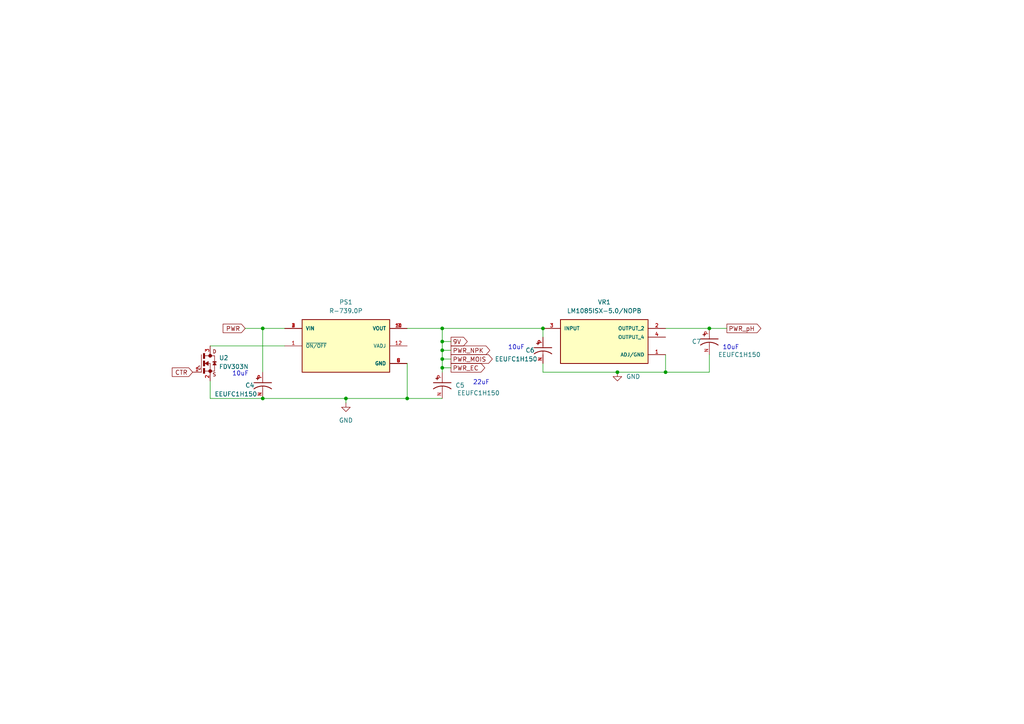
<source format=kicad_sch>
(kicad_sch (version 20211123) (generator eeschema)

  (uuid a23b6d0f-5c18-4aff-84b3-43ecffa1e2e6)

  (paper "A4")

  (title_block
    (title "Conversores")
    (date "2023-06-17")
    (company "UC3M")
    (comment 1 "Alimentación necesaria para el circuito y para los sensores de suelo.")
  )

  (lib_symbols
    (symbol "EEUFC1H150:EEUFC1H150" (pin_names (offset 1.016)) (in_bom yes) (on_board yes)
      (property "Reference" "C" (id 0) (at -2.54 3.81 0)
        (effects (font (size 1.27 1.27)) (justify left bottom))
      )
      (property "Value" "EEUFC1H150" (id 1) (at -2.54 -5.08 0)
        (effects (font (size 1.27 1.27)) (justify left bottom))
      )
      (property "Footprint" "CAPPRD200W50D500H1100" (id 2) (at 0 0 0)
        (effects (font (size 1.27 1.27)) (justify bottom) hide)
      )
      (property "Datasheet" "" (id 3) (at 0 0 0)
        (effects (font (size 1.27 1.27)) hide)
      )
      (property "MF" "PANASONIC" (id 4) (at 0 0 0)
        (effects (font (size 1.27 1.27)) (justify bottom) hide)
      )
      (property "b_max" "0.55" (id 5) (at 0 0 0)
        (effects (font (size 1.27 1.27)) (justify bottom) hide)
      )
      (property "DESCRIPTION" "FC-A" (id 6) (at 0 0 0)
        (effects (font (size 1.27 1.27)) (justify bottom) hide)
      )
      (property "b_nom" "0.5" (id 7) (at 0 0 0)
        (effects (font (size 1.27 1.27)) (justify bottom) hide)
      )
      (property "PARTREV" "20-DEC-19" (id 8) (at 0 0 0)
        (effects (font (size 1.27 1.27)) (justify bottom) hide)
      )
      (property "A_max" "11" (id 9) (at 0 0 0)
        (effects (font (size 1.27 1.27)) (justify bottom) hide)
      )
      (property "D_nom" "5" (id 10) (at 0 0 0)
        (effects (font (size 1.27 1.27)) (justify bottom) hide)
      )
      (property "e_nom" "2" (id 11) (at 0 0 0)
        (effects (font (size 1.27 1.27)) (justify bottom) hide)
      )
      (symbol "EEUFC1H150_0_0"
        (rectangle (start -1.173 -1.532) (end -0.284 -1.405)
          (stroke (width 0.1) (type default) (color 0 0 0 0))
          (fill (type outline))
        )
        (rectangle (start -0.792 -1.913) (end -0.665 -1.024)
          (stroke (width 0.1) (type default) (color 0 0 0 0))
          (fill (type outline))
        )
        (polyline
          (pts
            (xy 0 0)
            (xy 0.508 0)
          )
          (stroke (width 0.1524) (type default) (color 0 0 0 0))
          (fill (type none))
        )
        (polyline
          (pts
            (xy 0.508 0)
            (xy 0.508 -2.54)
          )
          (stroke (width 0.254) (type default) (color 0 0 0 0))
          (fill (type none))
        )
        (polyline
          (pts
            (xy 0.508 2.54)
            (xy 0.508 0)
          )
          (stroke (width 0.254) (type default) (color 0 0 0 0))
          (fill (type none))
        )
        (polyline
          (pts
            (xy 2.54 0)
            (xy 1.524 0)
          )
          (stroke (width 0.1524) (type default) (color 0 0 0 0))
          (fill (type none))
        )
        (arc (start 2.286 2.54) (mid 1.4851 0) (end 2.286 -2.54)
          (stroke (width 0.254) (type default) (color 0 0 0 0))
          (fill (type none))
        )
        (pin passive line (at 5.08 0 180) (length 2.54)
          (name "~" (effects (font (size 1.016 1.016))))
          (number "N" (effects (font (size 1.016 1.016))))
        )
        (pin passive line (at -2.54 0 0) (length 2.54)
          (name "~" (effects (font (size 1.016 1.016))))
          (number "P" (effects (font (size 1.016 1.016))))
        )
      )
    )
    (symbol "FDV303N:FDV303N" (pin_names (offset 1.016)) (in_bom yes) (on_board yes)
      (property "Reference" "U" (id 0) (at 2.5442 0 0)
        (effects (font (size 1.27 1.27)) (justify left bottom))
      )
      (property "Value" "FDV303N" (id 1) (at 2.5413 -2.5413 0)
        (effects (font (size 1.27 1.27)) (justify left bottom))
      )
      (property "Footprint" "SOT23" (id 2) (at 0 0 0)
        (effects (font (size 1.27 1.27)) (justify bottom) hide)
      )
      (property "Datasheet" "" (id 3) (at 0 0 0)
        (effects (font (size 1.27 1.27)) hide)
      )
      (symbol "FDV303N_0_0"
        (rectangle (start -2.0361 -0.7635) (end -1.524 0.762)
          (stroke (width 0.1) (type default) (color 0 0 0 0))
          (fill (type outline))
        )
        (rectangle (start -2.0333 -2.9229) (end -1.524 -1.397)
          (stroke (width 0.1) (type default) (color 0 0 0 0))
          (fill (type outline))
        )
        (rectangle (start -2.0327 1.3975) (end -1.524 2.921)
          (stroke (width 0.1) (type default) (color 0 0 0 0))
          (fill (type outline))
        )
        (circle (center 0 -2.2225) (radius 0.127)
          (stroke (width 0.4064) (type default) (color 0 0 0 0))
          (fill (type none))
        )
        (polyline
          (pts
            (xy -2.54 -2.54)
            (xy -2.54 2.54)
          )
          (stroke (width 0.1524) (type default) (color 0 0 0 0))
          (fill (type none))
        )
        (polyline
          (pts
            (xy -1.5875 -2.2225)
            (xy 0 -2.2225)
          )
          (stroke (width 0.1524) (type default) (color 0 0 0 0))
          (fill (type none))
        )
        (polyline
          (pts
            (xy -1.5875 2.2225)
            (xy 0 2.2225)
          )
          (stroke (width 0.1524) (type default) (color 0 0 0 0))
          (fill (type none))
        )
        (polyline
          (pts
            (xy -0.508 0)
            (xy 0 0)
          )
          (stroke (width 0.1524) (type default) (color 0 0 0 0))
          (fill (type none))
        )
        (polyline
          (pts
            (xy 0 -2.2225)
            (xy 0 -2.54)
          )
          (stroke (width 0.1524) (type default) (color 0 0 0 0))
          (fill (type none))
        )
        (polyline
          (pts
            (xy 0 0)
            (xy 0 -2.2225)
          )
          (stroke (width 0.1524) (type default) (color 0 0 0 0))
          (fill (type none))
        )
        (polyline
          (pts
            (xy 0 2.2225)
            (xy 1.27 2.2225)
          )
          (stroke (width 0.1524) (type default) (color 0 0 0 0))
          (fill (type none))
        )
        (polyline
          (pts
            (xy 0 2.54)
            (xy 0 2.2225)
          )
          (stroke (width 0.1524) (type default) (color 0 0 0 0))
          (fill (type none))
        )
        (polyline
          (pts
            (xy 1.27 -2.2225)
            (xy 0 -2.2225)
          )
          (stroke (width 0.1524) (type default) (color 0 0 0 0))
          (fill (type none))
        )
        (polyline
          (pts
            (xy 1.27 2.2225)
            (xy 1.27 -2.2225)
          )
          (stroke (width 0.1524) (type default) (color 0 0 0 0))
          (fill (type none))
        )
        (polyline
          (pts
            (xy -1.524 0)
            (xy -0.508 0.635)
            (xy -0.508 -0.635)
            (xy -1.524 0)
          )
          (stroke (width 0.1016) (type default) (color 0 0 0 0))
          (fill (type outline))
        )
        (polyline
          (pts
            (xy 1.27 0.3175)
            (xy 0.762 -0.4445)
            (xy 1.778 -0.4445)
            (xy 1.27 0.3175)
          )
          (stroke (width 0.1524) (type default) (color 0 0 0 0))
          (fill (type outline))
        )
        (circle (center 0 2.2225) (radius 0.127)
          (stroke (width 0.4064) (type default) (color 0 0 0 0))
          (fill (type none))
        )
        (rectangle (start 0.7631 0.318) (end 1.778 0.5715)
          (stroke (width 0.1) (type default) (color 0 0 0 0))
          (fill (type outline))
        )
        (text "D" (at 0.6352 2.8582 0)
          (effects (font (size 1.0163 1.0163)) (justify left bottom))
        )
        (text "G" (at -3.8125 -1.9063 0)
          (effects (font (size 1.0167 1.0167)) (justify left bottom))
        )
        (text "S" (at 0.6354 -3.8122 0)
          (effects (font (size 1.0166 1.0166)) (justify left bottom))
        )
        (pin passive line (at -5.08 -2.54 0) (length 2.54)
          (name "~" (effects (font (size 1.016 1.016))))
          (number "1" (effects (font (size 1.016 1.016))))
        )
        (pin passive line (at 0 -5.08 90) (length 2.54)
          (name "~" (effects (font (size 1.016 1.016))))
          (number "2" (effects (font (size 1.016 1.016))))
        )
        (pin passive line (at 0 5.08 270) (length 2.54)
          (name "~" (effects (font (size 1.016 1.016))))
          (number "3" (effects (font (size 1.016 1.016))))
        )
      )
    )
    (symbol "LM1085ISX-5.0_NOPB:LM1085ISX-5.0{slash}NOPB" (pin_names (offset 1.016)) (in_bom yes) (on_board yes)
      (property "Reference" "VR" (id 0) (at -12.7 5.842 0)
        (effects (font (size 1.27 1.27)) (justify left bottom))
      )
      (property "Value" "LM1085ISX-5.0{slash}NOPB" (id 1) (at -12.7 -8.382 0)
        (effects (font (size 1.27 1.27)) (justify left top))
      )
      (property "Footprint" "TO254P1435X464-4N" (id 2) (at 0 0 0)
        (effects (font (size 1.27 1.27)) (justify bottom) hide)
      )
      (property "Datasheet" "" (id 3) (at 0 0 0)
        (effects (font (size 1.27 1.27)) hide)
      )
      (property "PARTREV" "I" (id 4) (at 0 0 0)
        (effects (font (size 1.27 1.27)) (justify bottom) hide)
      )
      (property "STANDARD" "IPC-7351B" (id 5) (at 0 0 0)
        (effects (font (size 1.27 1.27)) (justify bottom) hide)
      )
      (property "MAXIMUM_PACKAGE_HEIGHT" "4.64 mm" (id 6) (at 0 0 0)
        (effects (font (size 1.27 1.27)) (justify bottom) hide)
      )
      (property "MANUFACTURER" "Texas Instruments" (id 7) (at 0 0 0)
        (effects (font (size 1.27 1.27)) (justify bottom) hide)
      )
      (symbol "LM1085ISX-5.0{slash}NOPB_0_0"
        (rectangle (start -12.7 -7.62) (end 12.7 5.08)
          (stroke (width 0.254) (type default) (color 0 0 0 0))
          (fill (type background))
        )
        (pin power_in line (at 17.78 -5.08 180) (length 5.08)
          (name "ADJ/GND" (effects (font (size 1.016 1.016))))
          (number "1" (effects (font (size 1.016 1.016))))
        )
        (pin output line (at 17.78 2.54 180) (length 5.08)
          (name "OUTPUT_2" (effects (font (size 1.016 1.016))))
          (number "2" (effects (font (size 1.016 1.016))))
        )
        (pin input line (at -17.78 2.54 0) (length 5.08)
          (name "INPUT" (effects (font (size 1.016 1.016))))
          (number "3" (effects (font (size 1.016 1.016))))
        )
        (pin output line (at 17.78 0 180) (length 5.08)
          (name "OUTPUT_4" (effects (font (size 1.016 1.016))))
          (number "4" (effects (font (size 1.016 1.016))))
        )
      )
    )
    (symbol "R-739.0P:R-739.0P" (pin_names (offset 1.016)) (in_bom yes) (on_board yes)
      (property "Reference" "PS" (id 0) (at -12.7039 8.8979 0)
        (effects (font (size 1.27 1.27)) (justify left bottom))
      )
      (property "Value" "R-739.0P" (id 1) (at -12.7014 -10.1627 0)
        (effects (font (size 1.27 1.27)) (justify left bottom))
      )
      (property "Footprint" "CONV_R-739.0P" (id 2) (at 0 0 0)
        (effects (font (size 1.27 1.27)) (justify bottom) hide)
      )
      (property "Datasheet" "" (id 3) (at 0 0 0)
        (effects (font (size 1.27 1.27)) hide)
      )
      (property "PARTREV" "5" (id 4) (at 0 0 0)
        (effects (font (size 1.27 1.27)) (justify bottom) hide)
      )
      (property "STANDARD" "Manufacturer Recommendations" (id 5) (at 0 0 0)
        (effects (font (size 1.27 1.27)) (justify bottom) hide)
      )
      (property "MAXIMUM_PACKAGE_HEIGHT" "15.00mm" (id 6) (at 0 0 0)
        (effects (font (size 1.27 1.27)) (justify bottom) hide)
      )
      (property "MANUFACTURER" "RECOM" (id 7) (at 0 0 0)
        (effects (font (size 1.27 1.27)) (justify bottom) hide)
      )
      (symbol "R-739.0P_0_0"
        (rectangle (start -12.7 -7.62) (end 12.7 7.62)
          (stroke (width 0.254) (type default) (color 0 0 0 0))
          (fill (type background))
        )
        (pin input line (at -17.78 0 0) (length 5.08)
          (name "~{ON/OFF}" (effects (font (size 1.016 1.016))))
          (number "1" (effects (font (size 1.016 1.016))))
        )
        (pin output line (at 17.78 5.08 180) (length 5.08)
          (name "VOUT" (effects (font (size 1.016 1.016))))
          (number "10" (effects (font (size 1.016 1.016))))
        )
        (pin output line (at 17.78 5.08 180) (length 5.08)
          (name "VOUT" (effects (font (size 1.016 1.016))))
          (number "11" (effects (font (size 1.016 1.016))))
        )
        (pin passive line (at 17.78 0 180) (length 5.08)
          (name "VADJ" (effects (font (size 1.016 1.016))))
          (number "12" (effects (font (size 1.016 1.016))))
        )
        (pin input line (at -17.78 5.08 0) (length 5.08)
          (name "VIN" (effects (font (size 1.016 1.016))))
          (number "2" (effects (font (size 1.016 1.016))))
        )
        (pin input line (at -17.78 5.08 0) (length 5.08)
          (name "VIN" (effects (font (size 1.016 1.016))))
          (number "3" (effects (font (size 1.016 1.016))))
        )
        (pin input line (at -17.78 5.08 0) (length 5.08)
          (name "VIN" (effects (font (size 1.016 1.016))))
          (number "4" (effects (font (size 1.016 1.016))))
        )
        (pin power_in line (at 17.78 -5.08 180) (length 5.08)
          (name "GND" (effects (font (size 1.016 1.016))))
          (number "5" (effects (font (size 1.016 1.016))))
        )
        (pin power_in line (at 17.78 -5.08 180) (length 5.08)
          (name "GND" (effects (font (size 1.016 1.016))))
          (number "6" (effects (font (size 1.016 1.016))))
        )
        (pin power_in line (at 17.78 -5.08 180) (length 5.08)
          (name "GND" (effects (font (size 1.016 1.016))))
          (number "7" (effects (font (size 1.016 1.016))))
        )
        (pin power_in line (at 17.78 -5.08 180) (length 5.08)
          (name "GND" (effects (font (size 1.016 1.016))))
          (number "8" (effects (font (size 1.016 1.016))))
        )
        (pin output line (at 17.78 5.08 180) (length 5.08)
          (name "VOUT" (effects (font (size 1.016 1.016))))
          (number "9" (effects (font (size 1.016 1.016))))
        )
      )
    )
    (symbol "power:GND" (power) (pin_names (offset 0)) (in_bom yes) (on_board yes)
      (property "Reference" "#PWR" (id 0) (at 0 -6.35 0)
        (effects (font (size 1.27 1.27)) hide)
      )
      (property "Value" "GND" (id 1) (at 0 -3.81 0)
        (effects (font (size 1.27 1.27)))
      )
      (property "Footprint" "" (id 2) (at 0 0 0)
        (effects (font (size 1.27 1.27)) hide)
      )
      (property "Datasheet" "" (id 3) (at 0 0 0)
        (effects (font (size 1.27 1.27)) hide)
      )
      (property "ki_keywords" "power-flag" (id 4) (at 0 0 0)
        (effects (font (size 1.27 1.27)) hide)
      )
      (property "ki_description" "Power symbol creates a global label with name \"GND\" , ground" (id 5) (at 0 0 0)
        (effects (font (size 1.27 1.27)) hide)
      )
      (symbol "GND_0_1"
        (polyline
          (pts
            (xy 0 0)
            (xy 0 -1.27)
            (xy 1.27 -1.27)
            (xy 0 -2.54)
            (xy -1.27 -1.27)
            (xy 0 -1.27)
          )
          (stroke (width 0) (type default) (color 0 0 0 0))
          (fill (type none))
        )
      )
      (symbol "GND_1_1"
        (pin power_in line (at 0 0 270) (length 0) hide
          (name "GND" (effects (font (size 1.27 1.27))))
          (number "1" (effects (font (size 1.27 1.27))))
        )
      )
    )
  )

  (junction (at 179.07 107.95) (diameter 0) (color 0 0 0 0)
    (uuid 0ce9f733-bab0-4fdd-9343-35fefd3ba4a7)
  )
  (junction (at 128.27 106.68) (diameter 0) (color 0 0 0 0)
    (uuid 0d7e8b64-60d8-49f6-b4f5-ee4c00fe34b0)
  )
  (junction (at 100.33 115.57) (diameter 0) (color 0 0 0 0)
    (uuid 3c53bef0-82fa-4168-a968-34c4bd720295)
  )
  (junction (at 128.27 104.14) (diameter 0) (color 0 0 0 0)
    (uuid 3f948b3e-28d4-4f1e-a6d7-04790969f282)
  )
  (junction (at 128.27 99.06) (diameter 0) (color 0 0 0 0)
    (uuid 55285334-4ef9-4c83-8bf8-ac0f506abcac)
  )
  (junction (at 76.2 115.57) (diameter 0) (color 0 0 0 0)
    (uuid 5927ccaf-cf8d-4f29-896b-556c4e6d671b)
  )
  (junction (at 193.04 107.95) (diameter 0) (color 0 0 0 0)
    (uuid 8f048c0b-9ab0-45d0-b5ec-de87dde230b2)
  )
  (junction (at 76.2 95.25) (diameter 0) (color 0 0 0 0)
    (uuid 90b01357-a825-42df-b019-5b06b7207a35)
  )
  (junction (at 128.27 101.6) (diameter 0) (color 0 0 0 0)
    (uuid b034013b-3c53-435d-aaad-6c129810a75c)
  )
  (junction (at 205.74 95.25) (diameter 0) (color 0 0 0 0)
    (uuid d173baa3-3e90-428f-b44d-e1e89d56d000)
  )
  (junction (at 128.27 95.25) (diameter 0) (color 0 0 0 0)
    (uuid e71b4957-7473-4135-96bd-e972e16edea4)
  )
  (junction (at 118.11 115.57) (diameter 0) (color 0 0 0 0)
    (uuid ee59e55c-43f6-4444-a9f0-336babac41cc)
  )
  (junction (at 157.48 95.25) (diameter 0) (color 0 0 0 0)
    (uuid ffd951c8-c69d-4815-a488-4a4dda2823ef)
  )

  (wire (pts (xy 128.27 99.06) (xy 130.81 99.06))
    (stroke (width 0) (type default) (color 0 0 0 0))
    (uuid 0aab20c1-7b06-4165-86f9-817779771d26)
  )
  (wire (pts (xy 76.2 107.95) (xy 76.2 95.25))
    (stroke (width 0) (type default) (color 0 0 0 0))
    (uuid 0c4febe6-7e44-490e-94ee-816519d426da)
  )
  (wire (pts (xy 128.27 95.25) (xy 157.48 95.25))
    (stroke (width 0) (type default) (color 0 0 0 0))
    (uuid 0cf6ca55-b7cc-432f-b60c-b2f218bc1c1a)
  )
  (wire (pts (xy 118.11 115.57) (xy 128.27 115.57))
    (stroke (width 0) (type default) (color 0 0 0 0))
    (uuid 1b48d50d-ce6c-4593-856a-4c281b59897b)
  )
  (wire (pts (xy 128.27 104.14) (xy 130.81 104.14))
    (stroke (width 0) (type default) (color 0 0 0 0))
    (uuid 3913b73e-e920-4697-80c6-63f119b6af86)
  )
  (wire (pts (xy 205.74 107.95) (xy 193.04 107.95))
    (stroke (width 0) (type default) (color 0 0 0 0))
    (uuid 3a66c307-de23-4686-bf6e-867890fc469f)
  )
  (wire (pts (xy 128.27 101.6) (xy 128.27 104.14))
    (stroke (width 0) (type default) (color 0 0 0 0))
    (uuid 4f19cdc2-449f-4bc1-83a0-a03fd2aa1025)
  )
  (wire (pts (xy 76.2 95.25) (xy 71.12 95.25))
    (stroke (width 0) (type default) (color 0 0 0 0))
    (uuid 583b3325-a3bc-491f-b5bb-da5d9d44ecb0)
  )
  (wire (pts (xy 100.33 115.57) (xy 118.11 115.57))
    (stroke (width 0) (type default) (color 0 0 0 0))
    (uuid 5d13b45b-1478-4f54-b3be-3392bad543f6)
  )
  (wire (pts (xy 130.81 106.68) (xy 128.27 106.68))
    (stroke (width 0) (type default) (color 0 0 0 0))
    (uuid 62de26b5-2fc0-42ab-89a1-7359b3c39315)
  )
  (wire (pts (xy 60.96 110.49) (xy 60.96 115.57))
    (stroke (width 0) (type default) (color 0 0 0 0))
    (uuid 6a75d349-f049-4d12-950f-004f07a87474)
  )
  (wire (pts (xy 128.27 106.68) (xy 128.27 107.95))
    (stroke (width 0) (type default) (color 0 0 0 0))
    (uuid 779c63df-a3a8-4dda-a7a4-f0f0a085c12c)
  )
  (wire (pts (xy 157.48 107.95) (xy 179.07 107.95))
    (stroke (width 0) (type default) (color 0 0 0 0))
    (uuid 7f34415b-3522-4453-a4ad-592aa055dc52)
  )
  (wire (pts (xy 205.74 95.25) (xy 210.82 95.25))
    (stroke (width 0) (type default) (color 0 0 0 0))
    (uuid 8fc82bb6-b4b2-4c4d-aef1-ec5bc5761203)
  )
  (wire (pts (xy 157.48 95.25) (xy 157.48 97.79))
    (stroke (width 0) (type default) (color 0 0 0 0))
    (uuid 90bb920a-7a55-4d36-b739-159c18e7ac78)
  )
  (wire (pts (xy 193.04 102.87) (xy 193.04 107.95))
    (stroke (width 0) (type default) (color 0 0 0 0))
    (uuid 90de8255-74df-4535-b8c6-ea33b356bee0)
  )
  (wire (pts (xy 60.96 100.33) (xy 82.55 100.33))
    (stroke (width 0) (type default) (color 0 0 0 0))
    (uuid 91213540-c66c-44b3-8618-dddb3aa938c5)
  )
  (wire (pts (xy 193.04 107.95) (xy 179.07 107.95))
    (stroke (width 0) (type default) (color 0 0 0 0))
    (uuid 91c96023-08f7-4253-b934-00dc233e63ca)
  )
  (wire (pts (xy 76.2 95.25) (xy 82.55 95.25))
    (stroke (width 0) (type default) (color 0 0 0 0))
    (uuid 9c698bdd-7a6b-44d4-b789-880791b3e005)
  )
  (wire (pts (xy 205.74 102.87) (xy 205.74 107.95))
    (stroke (width 0) (type default) (color 0 0 0 0))
    (uuid 9f342a12-c4a2-477e-ada6-45183d838c1b)
  )
  (wire (pts (xy 76.2 115.57) (xy 100.33 115.57))
    (stroke (width 0) (type default) (color 0 0 0 0))
    (uuid a01dcebb-00d6-4696-8f3d-717db60b95df)
  )
  (wire (pts (xy 157.48 105.41) (xy 157.48 107.95))
    (stroke (width 0) (type default) (color 0 0 0 0))
    (uuid a68c014b-466f-4893-937b-9303db6a954a)
  )
  (wire (pts (xy 60.96 115.57) (xy 76.2 115.57))
    (stroke (width 0) (type default) (color 0 0 0 0))
    (uuid a87ad6b5-df6b-478a-8902-363f773edc5d)
  )
  (wire (pts (xy 193.04 95.25) (xy 205.74 95.25))
    (stroke (width 0) (type default) (color 0 0 0 0))
    (uuid a8f4c4ad-dccc-4b98-b275-966a34332fa1)
  )
  (wire (pts (xy 118.11 105.41) (xy 118.11 115.57))
    (stroke (width 0) (type default) (color 0 0 0 0))
    (uuid a920b063-15af-4674-b5bb-8eede111f51b)
  )
  (wire (pts (xy 100.33 115.57) (xy 100.33 116.84))
    (stroke (width 0) (type default) (color 0 0 0 0))
    (uuid ad6a178c-3e13-40ce-832b-1a1c69351121)
  )
  (wire (pts (xy 128.27 104.14) (xy 128.27 106.68))
    (stroke (width 0) (type default) (color 0 0 0 0))
    (uuid cab986e9-9ddb-405e-8a73-5e4525a5f575)
  )
  (wire (pts (xy 118.11 95.25) (xy 128.27 95.25))
    (stroke (width 0) (type default) (color 0 0 0 0))
    (uuid db4d2a2b-655f-4c59-83ab-8663a00e883a)
  )
  (wire (pts (xy 128.27 99.06) (xy 128.27 101.6))
    (stroke (width 0) (type default) (color 0 0 0 0))
    (uuid dd986432-812a-49a7-bb0d-cd0dd86db176)
  )
  (wire (pts (xy 128.27 95.25) (xy 128.27 99.06))
    (stroke (width 0) (type default) (color 0 0 0 0))
    (uuid ea579e08-df8f-4c51-8ee5-368b40a73061)
  )
  (wire (pts (xy 128.27 101.6) (xy 130.81 101.6))
    (stroke (width 0) (type default) (color 0 0 0 0))
    (uuid f94f816d-356b-4b11-adaf-2c011208a8cf)
  )

  (text "10uF" (at 147.32 101.6 0)
    (effects (font (size 1.27 1.27)) (justify left bottom))
    (uuid 11df60e2-488e-485e-8b12-26750a1abcef)
  )
  (text "10uF" (at 67.31 109.22 0)
    (effects (font (size 1.27 1.27)) (justify left bottom))
    (uuid 71722c59-a4e5-4463-8b46-dd48758c02e2)
  )
  (text "22uF" (at 137.16 111.76 0)
    (effects (font (size 1.27 1.27)) (justify left bottom))
    (uuid 78fe5506-918a-4a07-bf6f-befc0cc666a3)
  )
  (text "10uF" (at 209.55 101.6 0)
    (effects (font (size 1.27 1.27)) (justify left bottom))
    (uuid be6fc960-8c0d-4e19-9b8d-a17341241984)
  )

  (global_label "PWR_MOIS" (shape output) (at 130.81 104.14 0) (fields_autoplaced)
    (effects (font (size 1.27 1.27)) (justify left))
    (uuid 05893a4c-f9de-469d-90c2-8b68cca54b09)
    (property "Intersheet References" "${INTERSHEET_REFS}" (id 0) (at 142.7783 104.0606 0)
      (effects (font (size 1.27 1.27)) (justify left) hide)
    )
  )
  (global_label "9V" (shape output) (at 130.81 99.06 0) (fields_autoplaced)
    (effects (font (size 1.27 1.27)) (justify left))
    (uuid 3ce9b845-ea6d-4a76-afcd-9830492af3da)
    (property "Intersheet References" "${INTERSHEET_REFS}" (id 0) (at 135.5212 98.9806 0)
      (effects (font (size 1.27 1.27)) (justify left) hide)
    )
  )
  (global_label "PWR_pH" (shape output) (at 210.82 95.25 0) (fields_autoplaced)
    (effects (font (size 1.27 1.27)) (justify left))
    (uuid 47d34ae1-5fa2-4119-90e5-73fc49fe1898)
    (property "Intersheet References" "${INTERSHEET_REFS}" (id 0) (at 220.6717 95.1706 0)
      (effects (font (size 1.27 1.27)) (justify left) hide)
    )
  )
  (global_label "PWR_NPK" (shape output) (at 130.81 101.6 0) (fields_autoplaced)
    (effects (font (size 1.27 1.27)) (justify left))
    (uuid 52ddac06-00c8-4211-a3f3-28a74cfc44cc)
    (property "Intersheet References" "${INTERSHEET_REFS}" (id 0) (at 142.0526 101.5206 0)
      (effects (font (size 1.27 1.27)) (justify left) hide)
    )
  )
  (global_label "PWR" (shape input) (at 71.12 95.25 180) (fields_autoplaced)
    (effects (font (size 1.27 1.27)) (justify right))
    (uuid b1285f9e-5914-4802-ad4f-f9ab9fe7414c)
    (property "Intersheet References" "${INTERSHEET_REFS}" (id 0) (at 64.7155 95.1706 0)
      (effects (font (size 1.27 1.27)) (justify right) hide)
    )
  )
  (global_label "CTR" (shape input) (at 55.88 107.95 180) (fields_autoplaced)
    (effects (font (size 1.27 1.27)) (justify right))
    (uuid bf024aee-ab20-4eb8-abee-2685d87a4684)
    (property "Intersheet References" "${INTERSHEET_REFS}" (id 0) (at 49.9593 107.8706 0)
      (effects (font (size 1.27 1.27)) (justify right) hide)
    )
  )
  (global_label "PWR_EC" (shape output) (at 130.81 106.68 0) (fields_autoplaced)
    (effects (font (size 1.27 1.27)) (justify left))
    (uuid d0912c1d-c046-4a76-a0d2-236bd6de87a4)
    (property "Intersheet References" "${INTERSHEET_REFS}" (id 0) (at 140.6012 106.6006 0)
      (effects (font (size 1.27 1.27)) (justify left) hide)
    )
  )

  (symbol (lib_id "FDV303N:FDV303N") (at 60.96 105.41 0) (unit 1)
    (in_bom yes) (on_board yes) (fields_autoplaced)
    (uuid 03a0d000-082e-47ff-8e67-80069edc0eff)
    (property "Reference" "U2" (id 0) (at 63.5 103.7988 0)
      (effects (font (size 1.27 1.27)) (justify left))
    )
    (property "Value" "FDV303N" (id 1) (at 63.5 106.3388 0)
      (effects (font (size 1.27 1.27)) (justify left))
    )
    (property "Footprint" "SOT23" (id 2) (at 60.96 105.41 0)
      (effects (font (size 1.27 1.27)) (justify bottom) hide)
    )
    (property "Datasheet" "" (id 3) (at 60.96 105.41 0)
      (effects (font (size 1.27 1.27)) hide)
    )
    (pin "1" (uuid 69277051-1d10-4c7c-8900-c8727c7d080f))
    (pin "2" (uuid 8b2e2da9-898d-43d1-af54-85eab3221b2f))
    (pin "3" (uuid 34ad2a68-d5fb-4a7c-bfcb-a4b0880ef4e6))
  )

  (symbol (lib_id "EEUFC1H150:EEUFC1H150") (at 205.74 97.79 270) (unit 1)
    (in_bom yes) (on_board yes)
    (uuid 2e1c05eb-929a-42a6-9355-fadcbd62304a)
    (property "Reference" "C7" (id 0) (at 200.66 99.06 90)
      (effects (font (size 1.27 1.27)) (justify left))
    )
    (property "Value" "EEUFC1H150" (id 1) (at 208.28 102.87 90)
      (effects (font (size 1.27 1.27)) (justify left))
    )
    (property "Footprint" "CAPPRD200W50D500H1100" (id 2) (at 205.74 97.79 0)
      (effects (font (size 1.27 1.27)) (justify bottom) hide)
    )
    (property "Datasheet" "" (id 3) (at 205.74 97.79 0)
      (effects (font (size 1.27 1.27)) hide)
    )
    (property "MF" "PANASONIC" (id 4) (at 205.74 97.79 0)
      (effects (font (size 1.27 1.27)) (justify bottom) hide)
    )
    (property "b_max" "0.55" (id 5) (at 205.74 97.79 0)
      (effects (font (size 1.27 1.27)) (justify bottom) hide)
    )
    (property "DESCRIPTION" "FC-A" (id 6) (at 205.74 97.79 0)
      (effects (font (size 1.27 1.27)) (justify bottom) hide)
    )
    (property "b_nom" "0.5" (id 7) (at 205.74 97.79 0)
      (effects (font (size 1.27 1.27)) (justify bottom) hide)
    )
    (property "PARTREV" "20-DEC-19" (id 8) (at 205.74 97.79 0)
      (effects (font (size 1.27 1.27)) (justify bottom) hide)
    )
    (property "A_max" "11" (id 9) (at 205.74 97.79 0)
      (effects (font (size 1.27 1.27)) (justify bottom) hide)
    )
    (property "D_nom" "5" (id 10) (at 205.74 97.79 0)
      (effects (font (size 1.27 1.27)) (justify bottom) hide)
    )
    (property "e_nom" "2" (id 11) (at 205.74 97.79 0)
      (effects (font (size 1.27 1.27)) (justify bottom) hide)
    )
    (pin "N" (uuid 7150d515-a39a-420c-b4d1-3ba9fe1f52c5))
    (pin "P" (uuid 9795584b-fd6b-4752-8290-18a02dd9ef35))
  )

  (symbol (lib_id "EEUFC1H150:EEUFC1H150") (at 76.2 110.49 270) (unit 1)
    (in_bom yes) (on_board yes)
    (uuid 39a9e9b4-0150-4ede-bf37-ba90dd4480cb)
    (property "Reference" "C4" (id 0) (at 71.12 111.76 90)
      (effects (font (size 1.27 1.27)) (justify left))
    )
    (property "Value" "EEUFC1H150" (id 1) (at 62.23 114.3 90)
      (effects (font (size 1.27 1.27)) (justify left))
    )
    (property "Footprint" "CAPPRD200W50D500H1100" (id 2) (at 76.2 110.49 0)
      (effects (font (size 1.27 1.27)) (justify bottom) hide)
    )
    (property "Datasheet" "" (id 3) (at 76.2 110.49 0)
      (effects (font (size 1.27 1.27)) hide)
    )
    (property "MF" "PANASONIC" (id 4) (at 76.2 110.49 0)
      (effects (font (size 1.27 1.27)) (justify bottom) hide)
    )
    (property "b_max" "0.55" (id 5) (at 76.2 110.49 0)
      (effects (font (size 1.27 1.27)) (justify bottom) hide)
    )
    (property "DESCRIPTION" "FC-A" (id 6) (at 76.2 110.49 0)
      (effects (font (size 1.27 1.27)) (justify bottom) hide)
    )
    (property "b_nom" "0.5" (id 7) (at 76.2 110.49 0)
      (effects (font (size 1.27 1.27)) (justify bottom) hide)
    )
    (property "PARTREV" "20-DEC-19" (id 8) (at 76.2 110.49 0)
      (effects (font (size 1.27 1.27)) (justify bottom) hide)
    )
    (property "A_max" "11" (id 9) (at 76.2 110.49 0)
      (effects (font (size 1.27 1.27)) (justify bottom) hide)
    )
    (property "D_nom" "5" (id 10) (at 76.2 110.49 0)
      (effects (font (size 1.27 1.27)) (justify bottom) hide)
    )
    (property "e_nom" "2" (id 11) (at 76.2 110.49 0)
      (effects (font (size 1.27 1.27)) (justify bottom) hide)
    )
    (pin "N" (uuid 8f147bc9-c635-4d10-9f11-0f80d9ce505c))
    (pin "P" (uuid f783c03f-62c1-40b1-8020-09f885c5a296))
  )

  (symbol (lib_id "R-739.0P:R-739.0P") (at 100.33 100.33 0) (unit 1)
    (in_bom yes) (on_board yes) (fields_autoplaced)
    (uuid 668d931b-8c15-4b79-b5bb-8b1595a55ade)
    (property "Reference" "PS1" (id 0) (at 100.33 87.63 0))
    (property "Value" "R-739.0P" (id 1) (at 100.33 90.17 0))
    (property "Footprint" "CONV_R-739.0P" (id 2) (at 100.33 100.33 0)
      (effects (font (size 1.27 1.27)) (justify bottom) hide)
    )
    (property "Datasheet" "" (id 3) (at 100.33 100.33 0)
      (effects (font (size 1.27 1.27)) hide)
    )
    (property "PARTREV" "5" (id 4) (at 100.33 100.33 0)
      (effects (font (size 1.27 1.27)) (justify bottom) hide)
    )
    (property "STANDARD" "Manufacturer Recommendations" (id 5) (at 100.33 100.33 0)
      (effects (font (size 1.27 1.27)) (justify bottom) hide)
    )
    (property "MAXIMUM_PACKAGE_HEIGHT" "15.00mm" (id 6) (at 100.33 100.33 0)
      (effects (font (size 1.27 1.27)) (justify bottom) hide)
    )
    (property "MANUFACTURER" "RECOM" (id 7) (at 100.33 100.33 0)
      (effects (font (size 1.27 1.27)) (justify bottom) hide)
    )
    (pin "1" (uuid 8e5c6c54-a856-44aa-a9d0-38c8bad17276))
    (pin "10" (uuid 8e6fb8ad-2d5d-4690-936d-93b707ce46b7))
    (pin "11" (uuid 8a53c328-4f01-4bc4-bba3-56c04f249ab1))
    (pin "12" (uuid 66d196d6-8a94-4656-98f7-9b5cb0b405ab))
    (pin "2" (uuid ab2e8c81-fab1-4316-92de-a60b655bbe5f))
    (pin "3" (uuid 29406270-2d1e-4b97-a82f-1ee502a06d61))
    (pin "4" (uuid 870a59e9-2268-4cb5-83ea-660eb5e73096))
    (pin "5" (uuid bb0ca8be-eaa8-422a-8612-44a02a8d31b1))
    (pin "6" (uuid 9e497428-a409-42a9-ab86-666a444c7267))
    (pin "7" (uuid cd3c9e95-cca8-4fca-ba24-a9813f09f3f4))
    (pin "8" (uuid 9ed25643-94a7-4328-9163-c4547a071777))
    (pin "9" (uuid 9c282055-f762-40d6-95db-ed1f7defed0a))
  )

  (symbol (lib_id "EEUFC1H150:EEUFC1H150") (at 128.27 110.49 270) (unit 1)
    (in_bom yes) (on_board yes)
    (uuid a3f29bde-ad16-455c-aa0e-d295ba275824)
    (property "Reference" "C5" (id 0) (at 132.08 111.76 90)
      (effects (font (size 1.27 1.27)) (justify left))
    )
    (property "Value" "EEUFC1H150" (id 1) (at 132.5876 113.9855 90)
      (effects (font (size 1.27 1.27)) (justify left))
    )
    (property "Footprint" "CAPPRD200W50D500H1100" (id 2) (at 128.27 110.49 0)
      (effects (font (size 1.27 1.27)) (justify bottom) hide)
    )
    (property "Datasheet" "" (id 3) (at 128.27 110.49 0)
      (effects (font (size 1.27 1.27)) hide)
    )
    (property "MF" "PANASONIC" (id 4) (at 128.27 110.49 0)
      (effects (font (size 1.27 1.27)) (justify bottom) hide)
    )
    (property "b_max" "0.55" (id 5) (at 128.27 110.49 0)
      (effects (font (size 1.27 1.27)) (justify bottom) hide)
    )
    (property "DESCRIPTION" "FC-A" (id 6) (at 128.27 110.49 0)
      (effects (font (size 1.27 1.27)) (justify bottom) hide)
    )
    (property "b_nom" "0.5" (id 7) (at 128.27 110.49 0)
      (effects (font (size 1.27 1.27)) (justify bottom) hide)
    )
    (property "PARTREV" "20-DEC-19" (id 8) (at 128.27 110.49 0)
      (effects (font (size 1.27 1.27)) (justify bottom) hide)
    )
    (property "A_max" "11" (id 9) (at 128.27 110.49 0)
      (effects (font (size 1.27 1.27)) (justify bottom) hide)
    )
    (property "D_nom" "5" (id 10) (at 128.27 110.49 0)
      (effects (font (size 1.27 1.27)) (justify bottom) hide)
    )
    (property "e_nom" "2" (id 11) (at 128.27 110.49 0)
      (effects (font (size 1.27 1.27)) (justify bottom) hide)
    )
    (pin "N" (uuid 211371d1-8a50-4626-932b-6fc313aa49e2))
    (pin "P" (uuid b99504a9-95cc-420a-93dc-097df864e7c0))
  )

  (symbol (lib_id "LM1085ISX-5.0_NOPB:LM1085ISX-5.0{slash}NOPB") (at 175.26 97.79 0) (unit 1)
    (in_bom yes) (on_board yes) (fields_autoplaced)
    (uuid a5f8d364-c971-4f69-96cf-f0e58a573343)
    (property "Reference" "VR1" (id 0) (at 175.26 87.63 0))
    (property "Value" "LM1085ISX-5.0/NOPB" (id 1) (at 175.26 90.17 0))
    (property "Footprint" "TO254P1435X464-4N" (id 2) (at 175.26 97.79 0)
      (effects (font (size 1.27 1.27)) (justify bottom) hide)
    )
    (property "Datasheet" "" (id 3) (at 175.26 97.79 0)
      (effects (font (size 1.27 1.27)) hide)
    )
    (property "PARTREV" "I" (id 4) (at 175.26 97.79 0)
      (effects (font (size 1.27 1.27)) (justify bottom) hide)
    )
    (property "STANDARD" "IPC-7351B" (id 5) (at 175.26 97.79 0)
      (effects (font (size 1.27 1.27)) (justify bottom) hide)
    )
    (property "MAXIMUM_PACKAGE_HEIGHT" "4.64 mm" (id 6) (at 175.26 97.79 0)
      (effects (font (size 1.27 1.27)) (justify bottom) hide)
    )
    (property "MANUFACTURER" "Texas Instruments" (id 7) (at 175.26 97.79 0)
      (effects (font (size 1.27 1.27)) (justify bottom) hide)
    )
    (pin "1" (uuid 5f64e195-2c14-4e8a-bd5b-9e3ecf1908d0))
    (pin "2" (uuid e7656057-e0e0-48f9-a32b-542680cca46d))
    (pin "3" (uuid 1ae843e6-5b19-4979-850a-bd937cbe8063))
    (pin "4" (uuid 0122ef1c-383f-41f0-b44d-b4e1a6ed144d))
  )

  (symbol (lib_id "power:GND") (at 100.33 116.84 0) (unit 1)
    (in_bom yes) (on_board yes) (fields_autoplaced)
    (uuid b76bd4d8-11ce-46d6-bd7f-3795318552e0)
    (property "Reference" "#PWR0106" (id 0) (at 100.33 123.19 0)
      (effects (font (size 1.27 1.27)) hide)
    )
    (property "Value" "GND" (id 1) (at 100.33 121.92 0))
    (property "Footprint" "" (id 2) (at 100.33 116.84 0)
      (effects (font (size 1.27 1.27)) hide)
    )
    (property "Datasheet" "" (id 3) (at 100.33 116.84 0)
      (effects (font (size 1.27 1.27)) hide)
    )
    (pin "1" (uuid 5f4b62c9-0b30-49c8-bb9a-2d34f9518339))
  )

  (symbol (lib_id "power:GND") (at 179.07 107.95 0) (unit 1)
    (in_bom yes) (on_board yes) (fields_autoplaced)
    (uuid becc5a68-ae09-43ef-94d0-bf0dc1ead507)
    (property "Reference" "#PWR0105" (id 0) (at 179.07 114.3 0)
      (effects (font (size 1.27 1.27)) hide)
    )
    (property "Value" "GND" (id 1) (at 181.61 109.2199 0)
      (effects (font (size 1.27 1.27)) (justify left))
    )
    (property "Footprint" "" (id 2) (at 179.07 107.95 0)
      (effects (font (size 1.27 1.27)) hide)
    )
    (property "Datasheet" "" (id 3) (at 179.07 107.95 0)
      (effects (font (size 1.27 1.27)) hide)
    )
    (pin "1" (uuid 88126aec-d758-43db-b2cc-5f2df10539cb))
  )

  (symbol (lib_id "EEUFC1H150:EEUFC1H150") (at 157.48 100.33 270) (unit 1)
    (in_bom yes) (on_board yes)
    (uuid dea4a7f1-af4e-451d-bafc-dd485d945d61)
    (property "Reference" "C6" (id 0) (at 152.4 101.6 90)
      (effects (font (size 1.27 1.27)) (justify left))
    )
    (property "Value" "EEUFC1H150" (id 1) (at 143.51 104.14 90)
      (effects (font (size 1.27 1.27)) (justify left))
    )
    (property "Footprint" "CAPPRD200W50D500H1100" (id 2) (at 157.48 100.33 0)
      (effects (font (size 1.27 1.27)) (justify bottom) hide)
    )
    (property "Datasheet" "" (id 3) (at 157.48 100.33 0)
      (effects (font (size 1.27 1.27)) hide)
    )
    (property "MF" "PANASONIC" (id 4) (at 157.48 100.33 0)
      (effects (font (size 1.27 1.27)) (justify bottom) hide)
    )
    (property "b_max" "0.55" (id 5) (at 157.48 100.33 0)
      (effects (font (size 1.27 1.27)) (justify bottom) hide)
    )
    (property "DESCRIPTION" "FC-A" (id 6) (at 157.48 100.33 0)
      (effects (font (size 1.27 1.27)) (justify bottom) hide)
    )
    (property "b_nom" "0.5" (id 7) (at 157.48 100.33 0)
      (effects (font (size 1.27 1.27)) (justify bottom) hide)
    )
    (property "PARTREV" "20-DEC-19" (id 8) (at 157.48 100.33 0)
      (effects (font (size 1.27 1.27)) (justify bottom) hide)
    )
    (property "A_max" "11" (id 9) (at 157.48 100.33 0)
      (effects (font (size 1.27 1.27)) (justify bottom) hide)
    )
    (property "D_nom" "5" (id 10) (at 157.48 100.33 0)
      (effects (font (size 1.27 1.27)) (justify bottom) hide)
    )
    (property "e_nom" "2" (id 11) (at 157.48 100.33 0)
      (effects (font (size 1.27 1.27)) (justify bottom) hide)
    )
    (pin "N" (uuid 102cf18f-4d70-4f6f-88dd-688c1039c4eb))
    (pin "P" (uuid edf2ac6b-c34d-4242-949b-2f3a2ebb2d02))
  )
)

</source>
